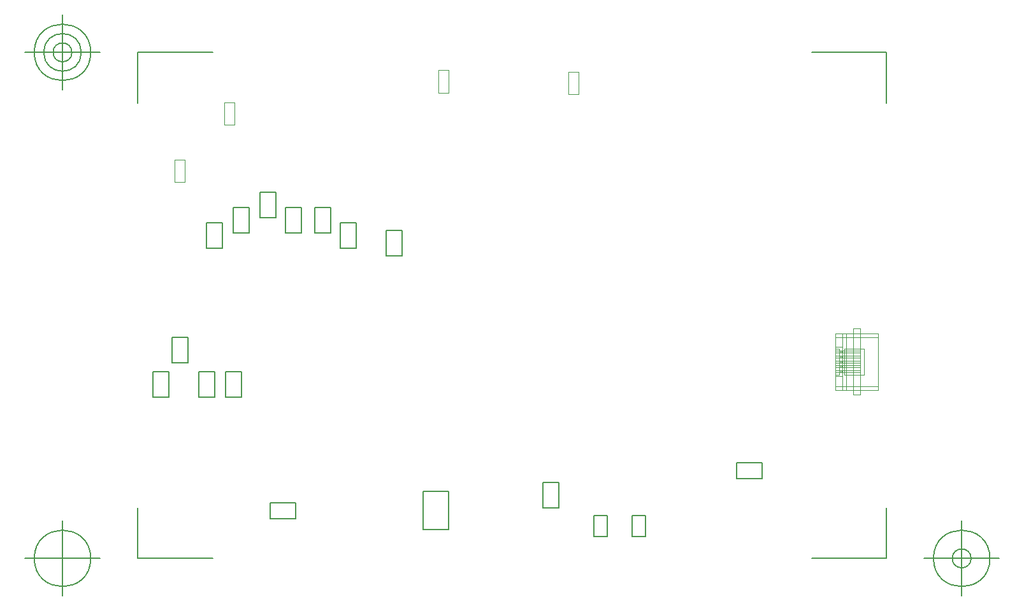
<source format=gbr>
G04 Generated by Ultiboard 14.0 *
%FSLAX34Y34*%
%MOMM*%

%ADD10C,0.0001*%
%ADD11C,0.1778*%
%ADD12C,0.0010*%
%ADD13C,0.1270*%


G04 ColorRGB 00FF00 for the following layer *
%LN3D-Info Bottom*%
%LPD*%
G54D10*
G54D11*
X29977Y311578D02*
X51221Y311578D01*
X51221Y277764D01*
X29977Y277764D01*
X29977Y311578D01*
X508503Y130382D02*
X487259Y130382D01*
X487259Y164196D01*
X508503Y164196D01*
X508503Y130382D01*
X778938Y190663D02*
X745124Y190663D01*
X745124Y169419D01*
X778938Y169419D01*
X778938Y190663D01*
X65537Y311578D02*
X86781Y311578D01*
X86781Y277764D01*
X65537Y277764D01*
X65537Y311578D01*
X40137Y509698D02*
X61381Y509698D01*
X61381Y475884D01*
X40137Y475884D01*
X40137Y509698D01*
X145337Y530018D02*
X166581Y530018D01*
X166581Y496204D01*
X145337Y496204D01*
X145337Y530018D01*
X184337Y530018D02*
X205581Y530018D01*
X205581Y496204D01*
X184337Y496204D01*
X184337Y530018D01*
X75697Y530018D02*
X96941Y530018D01*
X96941Y496204D01*
X75697Y496204D01*
X75697Y530018D01*
X111257Y550338D02*
X132501Y550338D01*
X132501Y516524D01*
X111257Y516524D01*
X111257Y550338D01*
X217937Y509698D02*
X239181Y509698D01*
X239181Y475884D01*
X217937Y475884D01*
X217937Y509698D01*
X278897Y499538D02*
X300141Y499538D01*
X300141Y465724D01*
X278897Y465724D01*
X278897Y499538D01*
X159178Y137663D02*
X125364Y137663D01*
X125364Y116419D01*
X159178Y116419D01*
X159178Y137663D01*
X554990Y120650D02*
X554990Y92710D01*
X572770Y92710D02*
X572770Y120650D01*
X554990Y92710D02*
X572770Y92710D01*
X572770Y120650D02*
X554990Y120650D01*
X605790Y120650D02*
X605790Y92710D01*
X623570Y92710D02*
X623570Y120650D01*
X605790Y92710D02*
X623570Y92710D01*
X623570Y120650D02*
X605790Y120650D01*
X328440Y152423D02*
X362370Y152423D01*
X362370Y101495D01*
X328440Y101495D01*
X328440Y152423D01*
X-5583Y357298D02*
X15661Y357298D01*
X15661Y323484D01*
X-5583Y323484D01*
X-5583Y357298D01*
X-30983Y311578D02*
X-9739Y311578D01*
X-9739Y277764D01*
X-30983Y277764D01*
X-30983Y311578D01*
G54D12*
X521320Y710960D02*
X535320Y710960D01*
X535320Y680960D02*
X521320Y680960D01*
X521320Y710960D01*
X535320Y710960D02*
X535320Y680960D01*
X64120Y670320D02*
X78120Y670320D01*
X78120Y640320D02*
X64120Y640320D01*
X64120Y670320D01*
X78120Y670320D02*
X78120Y640320D01*
X348600Y713000D02*
X362600Y713000D01*
X362600Y683000D02*
X348600Y683000D01*
X348600Y713000D01*
X362600Y713000D02*
X362600Y683000D01*
X-1920Y594120D02*
X12080Y594120D01*
X12080Y564120D02*
X-1920Y564120D01*
X-1920Y594120D01*
X12080Y594120D02*
X12080Y564120D01*
X876490Y362620D02*
X932490Y362620D01*
X932490Y287620D01*
X876490Y287620D01*
X876490Y362620D01*
X899990Y369120D02*
X908990Y369120D01*
X908990Y281120D01*
X899990Y281120D01*
X899990Y369120D01*
X885490Y362620D02*
X932490Y362620D01*
X932490Y287620D01*
X885490Y287620D01*
X885490Y362620D01*
X876490Y326370D02*
X884240Y326370D01*
X884240Y323870D01*
X876490Y323870D01*
X876490Y326370D01*
X887990Y342620D02*
X913990Y342620D01*
X913990Y307620D01*
X887990Y307620D01*
X887990Y342620D01*
X884240Y326370D02*
X909240Y326370D01*
X909240Y323870D01*
X884240Y323870D01*
X884240Y326370D01*
X882990Y326370D01*
X882990Y323870D01*
X884240Y323870D01*
X884240Y326370D01*
X876490Y342620D02*
X881490Y342620D01*
X881490Y307620D01*
X876490Y307620D01*
X876490Y342620D01*
X885490Y362620D02*
X890490Y362620D01*
X890490Y287620D01*
X885490Y287620D01*
X885490Y362620D01*
X876490Y362620D02*
X932490Y362620D01*
X932490Y357620D01*
X876490Y357620D01*
X876490Y362620D01*
X884240Y339370D02*
X909240Y339370D01*
X909240Y336870D01*
X884240Y336870D01*
X884240Y339370D01*
X884240Y332870D02*
X909240Y332870D01*
X909240Y330370D01*
X884240Y330370D01*
X884240Y332870D01*
X876490Y332870D02*
X884240Y332870D01*
X884240Y330370D01*
X876490Y330370D01*
X876490Y332870D01*
X876490Y339370D02*
X884240Y339370D01*
X884240Y336870D01*
X876490Y336870D01*
X876490Y339370D01*
X876490Y362620D02*
X885490Y362620D01*
X885490Y344620D01*
X876490Y344620D01*
X876490Y362620D01*
X884240Y339370D02*
X882990Y339370D01*
X882990Y336870D01*
X884240Y336870D01*
X884240Y339370D01*
X884240Y332870D02*
X882990Y332870D01*
X882990Y330370D01*
X884240Y330370D01*
X884240Y332870D01*
X932490Y287620D02*
X876490Y287620D01*
X876490Y292620D01*
X932490Y292620D01*
X932490Y287620D01*
X884240Y319870D02*
X909240Y319870D01*
X909240Y317370D01*
X884240Y317370D01*
X884240Y319870D01*
X884240Y313370D02*
X909240Y313370D01*
X909240Y310870D01*
X884240Y310870D01*
X884240Y313370D01*
X876490Y319870D02*
X884240Y319870D01*
X884240Y317370D01*
X876490Y317370D01*
X876490Y319870D01*
X876490Y313370D02*
X884240Y313370D01*
X884240Y310870D01*
X876490Y310870D01*
X876490Y313370D01*
X885490Y287620D02*
X876490Y287620D01*
X876490Y305620D01*
X885490Y305620D01*
X885490Y287620D01*
X884240Y319870D02*
X882990Y319870D01*
X882990Y317370D01*
X884240Y317370D01*
X884240Y319870D01*
X884240Y313370D02*
X882990Y313370D01*
X882990Y310870D01*
X884240Y310870D01*
X884240Y313370D01*
G54D13*
X-50800Y63480D02*
X-50800Y130792D01*
X-50800Y63480D02*
X48676Y63480D01*
X943963Y63480D02*
X844487Y63480D01*
X943963Y63480D02*
X943963Y130792D01*
X943963Y736600D02*
X943963Y669288D01*
X943963Y736600D02*
X844487Y736600D01*
X-50800Y736600D02*
X48676Y736600D01*
X-50800Y736600D02*
X-50800Y669288D01*
X-100800Y63480D02*
X-200800Y63480D01*
X-150800Y13480D02*
X-150800Y113480D01*
X-188300Y63480D02*
G75*
D01*
G02X-188300Y63480I37500J0*
G01*
X993963Y63480D02*
X1093963Y63480D01*
X1043963Y13480D02*
X1043963Y113480D01*
X1006463Y63480D02*
G75*
D01*
G02X1006463Y63480I37500J0*
G01*
X1031463Y63480D02*
G75*
D01*
G02X1031463Y63480I12500J0*
G01*
X-100800Y736600D02*
X-200800Y736600D01*
X-150800Y686600D02*
X-150800Y786600D01*
X-188300Y736600D02*
G75*
D01*
G02X-188300Y736600I37500J0*
G01*
X-175800Y736600D02*
G75*
D01*
G02X-175800Y736600I25000J0*
G01*
X-163300Y736600D02*
G75*
D01*
G02X-163300Y736600I12500J0*
G01*

M02*

</source>
